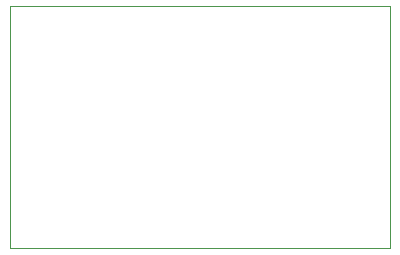
<source format=gm1>
G04 #@! TF.GenerationSoftware,KiCad,Pcbnew,(5.0.0)*
G04 #@! TF.CreationDate,2019-07-19T00:06:37-04:00*
G04 #@! TF.ProjectId,lp_ecg,6C705F6563672E6B696361645F706362,rev?*
G04 #@! TF.SameCoordinates,Original*
G04 #@! TF.FileFunction,Profile,NP*
%FSLAX46Y46*%
G04 Gerber Fmt 4.6, Leading zero omitted, Abs format (unit mm)*
G04 Created by KiCad (PCBNEW (5.0.0)) date 07/19/19 00:06:37*
%MOMM*%
%LPD*%
G01*
G04 APERTURE LIST*
%ADD10C,0.100000*%
G04 APERTURE END LIST*
D10*
X265900000Y-125500000D02*
X265900000Y-125520000D01*
X298100000Y-125500000D02*
X265900000Y-125500000D01*
X298100000Y-145980000D02*
X298100000Y-125500000D01*
X265900000Y-145980000D02*
X298100000Y-145980000D01*
X265900000Y-125510000D02*
X265900000Y-145980000D01*
M02*

</source>
